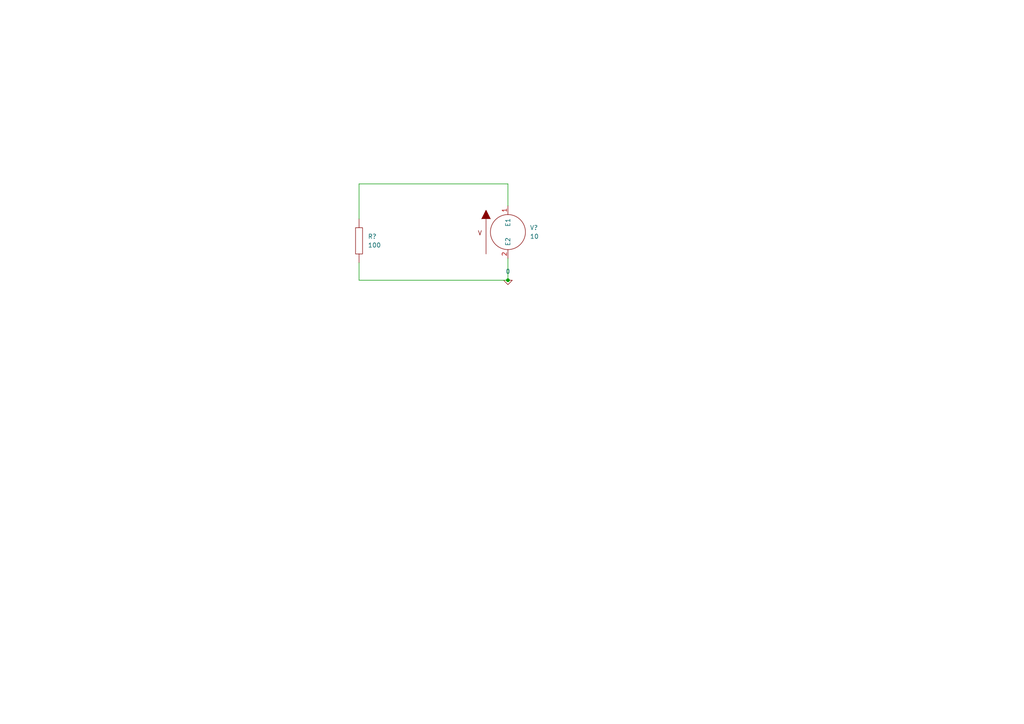
<source format=kicad_sch>
(kicad_sch (version 20211123) (generator eeschema)
  (paper "A4")
  (lib_symbols
    (symbol "pspice:0" (power) (pin_names (offset 0))
      (property "Value" "0" (at 0 -1.778 0))
      (symbol "0_0_1"
        (polyline (pts (xy -1.27 0) (xy 0 -1.27) (xy 1.27 0) (xy -1.27 0)))
      )
      (symbol "0_1_1"
        (pin power_in line (at 0 0 0) (length 0) hide (name "0") (number "1"))
      )
    )
    (symbol "pspice:R" (pin_numbers hide) (pin_names (offset 0))
      (property "Reference" "R" (at 2.032 0 90))
      (property "Value" "R" (at 0 0 90))
      (symbol "R_0_1"
        (rectangle (start -1.016 3.81) (end 1.016 -3.81))
      )
      (symbol "R_1_1"
        (pin passive line (at 0 6.35 270) (length 2.54) (name "~") (number "1"))
        (pin passive line (at 0 -6.35 90) (length 2.54) (name "~") (number "2"))
      )
    )
    (symbol "pspice:VSOURCE" (pin_names (offset 1.016))
      (property "Reference" "V" (at -6.35 7.62 0))
      (property "Value" "VSOURCE" (at 0 0 0))
      (symbol "VSOURCE_0_1"
        (polyline (pts (xy -6.35 -6.35) (xy -6.35 3.81)) (fill (type outline)))
        (polyline (pts (xy -7.62 3.81) (xy -6.35 6.35) (xy -5.08 3.81)) (fill (type outline)))
        (circle (center 0 0) (radius 5.08))
        (text "V" (at -8.128 -0.254 0) (effects (font (size 1.27 1.27))))
      )
      (symbol "VSOURCE_1_1"
        (pin input line (at 0 7.62 270) (length 2.54) (name "E1") (number "1"))
        (pin input line (at 0 -7.62 90) (length 2.54) (name "E2") (number "2"))
      )
    )
  )
  (junction (at 147.32 81.28))
  (wire (pts (xy 147.32 81.28) (xy 104.14 81.28)))
  (wire (pts (xy 104.14 53.34) (xy 147.32 53.34)))
  (wire (pts (xy 147.32 53.34) (xy 147.32 59.69)))
  (wire (pts (xy 104.14 63.5) (xy 104.14 53.34)))
  (wire (pts (xy 104.14 81.28) (xy 104.14 76.2)))
  (wire (pts (xy 147.32 74.93) (xy 147.32 81.28)))
  (symbol (lib_id "pspice:VSOURCE") (at 147.32 67.31 0) (unit 1)
    (property "Reference" "V?" (at 153.67 66.0399 0) (effects (justify left)))
    (property "Value" "10" (at 153.67 68.5799 0) (effects (justify left)))
    (property "Spice_Primitive" "V" (effects hide))
    (property "Spice_Model" "dc 10" (effects hide))
    (property "Spice_Netlist_Enabled" "Y" (effects hide))
  )
  (symbol (lib_id "pspice:R") (at 104.14 69.85 0) (unit 1)
    (property "Reference" "R?" (at 106.68 68.5799 0) (effects (justify left)))
    (property "Value" "100" (at 106.68 71.1199 0) (effects (justify left)))
    (property "Spice_Primitive" "R" (effects hide))
    (property "Spice_Model" "100" (effects hide))
    (property "Spice_Netlist_Enabled" "Y" (effects hide))
  )
  (symbol (lib_id "pspice:0") (at 147.32 81.28 0) (unit 1)
    (property "Reference" "#GND?" (effects hide))
    (property "Value" "0" (at 147.32 78.74 0))
  )
)
</source>
